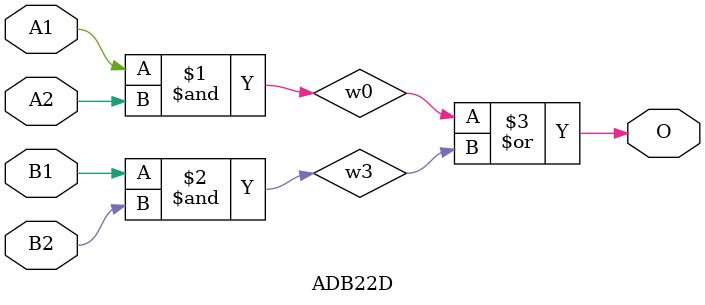
<source format=v>
module ADB22D(A1, A2, B1, B2, O);
input   A1;
input   A2;
input   B1;
input   B2;
output  O;
and g0(w0, A1, A2);
and g1(w3, B1, B2);
or g2(O, w0, w3);
endmodule
</source>
